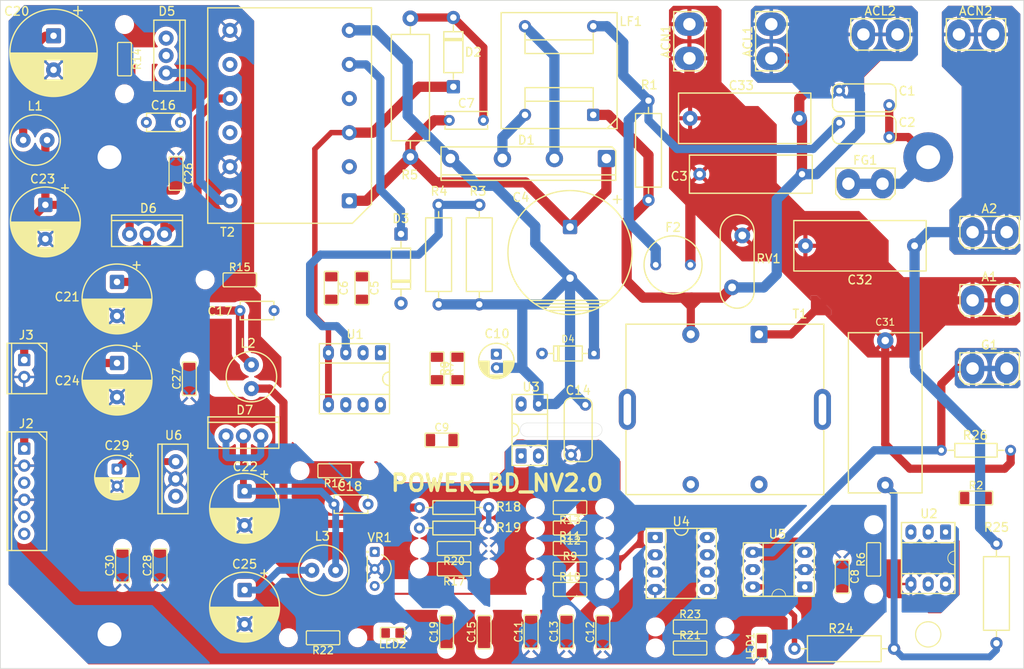
<source format=kicad_pcb>
(kicad_pcb (version 20241229) (generator "pcbnew") (generator_version "9.0")
  (layers (0 "F.Cu" signal) (2 "B.Cu" signal) (13 "F.Paste" user) (15 "B.Paste" user) (5 "F.SilkS" user "F.Silkscreen") (7 "B.SilkS" user "B.Silkscreen") (1 "F.Mask" user) (3 "B.Mask" user) (25 "Edge.Cuts" user))
  (net 0 "")
  (net 1 "/N01")
  (net 2 "Net-(A2-Pin_1)")
  (net 3 "/L01")
  (net 4 "GNDPWR")
  (net 5 "Net-(C2-Pad2)")
  (net 6 "Earth")
  (net 7 "Net-(D1-+)")
  (net 8 "Net-(U1-BA)")
  (net 9 "Net-(U1-FB)")
  (net 10 "Net-(D2-K)")
  (net 11 "/ZVC")
  (net 12 "GND")
  (net 13 "Net-(U1-VCC)")
  (net 14 "Net-(D3-K)")
  (net 15 "/PWM_PW")
  (net 16 "Net-(U4-(PCINT5{slash}RESET*{slash}ADC0{slash}dW)_PB5)")
  (net 17 "Net-(U4-(PCINT3{slash}XTAL1{slash}CLKI{slash}OC1B*{slash}ADC3)_PB3)")
  (net 18 "Net-(C15-Pad2)")
  (net 19 "Net-(C15-Pad1)")
  (net 20 "Net-(C16-Pad1)")
  (net 21 "Net-(D5-K)")
  (net 22 "Net-(D6-K)")
  (net 23 "Net-(C17-Pad1)")
  (net 24 "Net-(D7-K)")
  (net 25 "Net-(C18-Pad1)")
  (net 26 "Net-(C19-Pad2)")
  (net 27 "+24V")
  (net 28 "+12V")
  (net 29 "+8V")
  (net 30 "+5V")
  (net 31 "Net-(C31-Pad1)")
  (net 32 "Net-(D1-Pad3)")
  (net 33 "Net-(D1-Pad2)")
  (net 34 "Net-(D2-A)")
  (net 35 "Net-(D3-A)")
  (net 36 "Net-(D4-K)")
  (net 37 "Net-(G1-Pin_1)")
  (net 39 "Net-(LED1-A)")
  (net 40 "Net-(LED2-A)")
  (net 41 "Net-(T1-SB)")
  (net 42 "Net-(R2-Pad2)")
  (net 43 "Net-(U1-CS)")
  (net 44 "Net-(R12-Pad1)")
  (net 45 "Net-(R18-Pad1)")
  (net 46 "Net-(U4-PB0_(MOSI{slash}DI{slash}SDA{slash}AIN0{slash}OC0A{slash}OC1A{slash}AREF{slash}PCINT0))")
  (net 47 "Net-(R23-Pad2)")
  (net 48 "Net-(R24-Pad1)")
  (net 51 "Net-(T1-SA)")
  (net 59 "Net-(T2-N3)")
  (net 60 "Net-(T2-N2)")
  (net 61 "Net-(T2-N1)")
  (footprint "01_MyFoot_ICs:DIP-4_W7.62mm_Socket" (layer "F.Cu") (at 77.6 -34.985 90)
    (property "Reference" "U3")
    (property "Value" "PC817" (hide yes))
  )
  (footprint "04_MyFoot_Passive:104K_275V" (layer "F.Cu") (at 110 -72.5)
    (property "Reference" "C3")
    (property "Value" "MP104K/275V" (hide yes))
  )
  (footprint "04_MyFoot_Passive:R_3216Metric" (layer "F.Cu") (at 143 -25)
    (property "Reference" "R2")
    (property "Value" "1K")
  )
  (footprint "04_MyFoot_Passive:L_Radial_D7.5mm_P3.50mm" (layer "F.Cu") (at 47.4 -14.4 180)
    (property "Reference" "L3")
    (property "Value" "2.2uH/4.2A")
  )
  (footprint "04_MyFoot_Passive:R_3216Metric" (layer "F.Cu") (at 101.1 -6.1)
    (property "Reference" "R23")
    (property "Value" "330R")
  )
  (footprint "04_MyFoot_Passive:C_Disc_D4.7mm_P5.00mm" (layer "F.Cu") (at 51.4 -24.1 180)
    (property "Reference" "C18")
    (property "Value" "CC471/1kV" (hide yes))
  )
  (footprint "04_MyFoot_Passive:SPARK_KILLER" (layer "F.Cu") (at 109.1 -80.7 180)
    (property "Reference" "C33")
    (property "Value" "CR1201" (hide yes))
  )
  (footprint "01_MyFoot_ICs:TO220_P2.54mm" (layer "F.Cu") (at 25.7 -27.8 90)
    (property "Reference" "U6")
    (property "Value" "LM7805_TO220" (hide yes))
  )
  (footprint "04_MyFoot_Passive:C_3216Metric" (layer "F.Cu") (at 82.9875 -5.4 90)
    (property "Reference" "C13")
    (property "Value" "MLCC475")
  )
  (footprint "04_MyFoot_Passive:CP_Radial_D10.0mm_P5.00mm" (layer "F.Cu") (at 17.1 -54.2 -90)
    (property "Reference" "C21")
    (property "Value" "EC1000uF/25V" (hide yes))
  )
  (footprint "03_MyFoot_Active:TO220AB_P2.55mm" (layer "F.Cu") (at 21.5 -63.7)
    (property "Reference" "D6")
    (property "Value" "MUR1640FCT" (hide yes))
  )
  (footprint "04_MyFoot_Passive:C_3216Metric" (layer "F.Cu") (at 48.5 -55.8 -90)
    (property "Reference" "C6")
    (property "Value" "MLCC102")
  )
  (footprint "03_MyFoot_Active:GBJ406" (layer "F.Cu") (at 77.4 -74.8 180)
    (property "Reference" "D1")
    (property "Value" "GBJ406" (hide yes))
  )
  (footprint "02_MyFoot_Connectors:SMW250_06P" (layer "F.Cu") (at 3.5 -26 -90)
    (property "Reference" "J2")
    (property "Value" "SMW250-06P" (hide yes))
  )
  (footprint "04_MyFoot_Passive:R_3216Metric" (layer "F.Cu") (at 66.5 -17.6 180)
    (property "Reference" "R20")
    (property "Value" "10K")
  )
  (footprint "04_MyFoot_Passive:C_3216Metric" (layer "F.Cu") (at 70.9 -5.325 90)
    (property "Reference" "C15")
    (property "Value" "MLCC102")
  )
  (footprint "04_MyFoot_Passive:DS222M" (layer "F.Cu") (at 126.625 -79 180)
    (property "Reference" "C2")
    (property "Value" "DS222M/250VAC" (hide yes))
  )
  (footprint "04_MyFoot_Passive:R_Axial_1W_P14.6mm" (layer "F.Cu") (at 64.2375 -60.7 90)
    (property "Reference" "R4")
    (property "Value" "1.1R/1W/F" (hide yes))
  )
  (footprint "04_MyFoot_Passive:CP_Radial_D5.0mm_P2.00mm" (layer "F.Cu") (at 72.7 -45.1 -90)
    (property "Reference" "C10")
    (property "Value" "EC47uF/35V" (hide yes))
  )
  (footprint "02_MyFoot_Connectors:TAP_250" (layer "F.Cu") (at 129 -93)
    (property "Reference" "ACL2")
    (property "Value" "TAP_250" (hide yes))
  )
  (footprint "04_MyFoot_Passive:R_3216Metric" (layer "F.Cu") (at 101.1 -3)
    (property "Reference" "R21")
    (property "Value" "1K")
  )
  (footprint "03_MyFoot_Active:ZENER_0_5W_P7.62mm_Hori" (layer "F.Cu") (at 83.2 -46.2)
    (property "Reference" "D4")
    (property "Value" "1N5251" (hide yes))
  )
  (footprint "04_MyFoot_Passive:C_Disc_D6.0mm_P5.00mm" (layer "F.Cu") (at 68.3 -80.4)
    (property "Reference" "C7")
    (property "Value" "CC472/630V" (hide yes))
  )
  (footprint "04_MyFoot_Passive:C_Disc_D4.7mm_P5.00mm" (layer "F.Cu") (at 23.9 -80.1)
    (property "Reference" "C16")
    (property "Value" "CC471/1kV" (hide yes))
  )
  (footprint "04_MyFoot_Passive:EER28_35_12P" (layer "F.Cu") (at 42.4 -81.1 90)
    (property "Reference" "T2")
    (property "Value" "EER28" (hide yes))
  )
  (footprint "04_MyFoot_Passive:C_PP_L23.0mm_W10.9mm_P21.2mm" (layer "F.Cu") (at 129.7 -37.5 90)
    (property "Reference" "C31")
    (property "Value" "MPP104/600V" (hide yes))
  )
  (footprint "04_MyFoot_Passive:R_3216Metric" (layer "F.Cu") (at 83.5 -11.6)
    (property "Reference" "R10")
    (property "Value" "3.3K")
  )
  (footprint "04_MyFoot_Passive:R_3216Metric" (layer "F.Cu") (at 83.5 -17.6)
    (property "Reference" "R11")
    (property "Value" "10K")
  )
  (footprint "04_MyFoot_Passive:R_Axial_1W_P14.6mm" (layer "F.Cu") (at 146 -11 -90)
    (property "Reference" "R25")
    (property "Value" "2K/1W" (hide yes))
  )
  (footprint "04_MyFoot_Passive:SPARK_KILLER" (layer "F.Cu") (at 126 -62)
    (property "Reference" "C32")
    (property "Value" "CR1201" (hide yes))
  )
  (footprint "04_MyFoot_Passive:L_Radial_D7.5mm_P3.50mm" (layer "F.Cu") (at 36.8 -42.8 -90)
    (property "Reference" "L2")
    (property "Value" "2.2uH/4.2A")
  )
  (footprint "04_MyFoot_Passive:L_Radial_D7.5mm_P3.50mm" (layer "F.Cu") (at 5.1 -77.5)
    (property "Reference" "L1")
    (property "Value" "2.2uH/4.2A")
  )
  (footprint "04_MyFoot_Passive:C_3216Metric" (layer "F.Cu") (at 64.7 -33.5)
    (property "Reference" "C9")
    (property "Value" "MLCC104")
  )
  (footprint "04_MyFoot_Passive:R_Axial_1W_P14.6mm" (layer "F.Cu") (at 70.2 -60.7 90)
    (property "Reference" "R3")
    (property "Value" "1.1R/1W/F" (hide yes))
  )
  (footprint "04_MyFoot_Passive:R_3216Metric" (layer "F.Cu") (at 35.1 -57)
    (property "Reference" "R15")
    (property "Value" "10R")
  )
  (footprint "04_MyFoot_Passive:C_3216Metric" (layer "F.Cu") (at 23.4 -15.1 90)
    (property "Reference" "C28")
    (property "Value" "MLCC104")
  )
  (footprint "04_MyFoot_Passive:CP_Radial_D10.0mm_P5.00mm" (layer "F.Cu") (at 17.1 -42.3 -90)
    (property "Reference" "C24")
    (property "Value" "EC470uF/25V" (hide yes))
  )
  (footprint "04_MyFoot_Passive:R_Axial_0.25W_P10.16mm" (layer "F.Cu") (at 66.5 -20.6)
    (property "Reference" "R19")
    (property "Value" "18K" (hide yes))
  )
  (footprint "01_MyFoot_ICs:TO92_P2.5mm" (layer "F.Cu") (at 54.875 -14.6 -90)
    (property "Reference" "VR1")
    (property "Value" "TL431A" (hide yes))
  )
  (footprint "06_MyFoot_Mechanical:MTHole_3.5mm" (layer "F.Cu") (at 136 -5)
    (property "Reference" "H4" (hide yes))
    (property "Value" "MountingHole" (hide yes))
  )
  (footprint "04_MyFoot_Passive:C_3216Metric" (layer "F.Cu") (at 17.9 -15.1 90)
    (property "Reference" "C30")
    (property "Value" "MLCC104")
  )
  (footprint "04_MyFoot_Passive:82uF_400V" (layer "F.Cu") (at 83.5 -61 -90)
    (property "Reference" "C4")
    (property "Value" "EC82uF/400V" (hide yes))
  )
  (footprint "04_MyFoot_Passive:R_3216Metric" (layer "F.Cu") (at 83.5 -20.6 180)
    (property "Reference" "R12")
    (property "Value" "820R")
  )
  (footprint "04_MyFoot_Passive:C_3216Metric" (layer "F.Cu") (at 25.75 -72.6 -90)
    (property "Reference" "C26")
    (property "Value" "MLCC104")
  )
  (footprint "04_MyFoot_Passive:R_3216Metric" (layer "F.Cu") (at 64 -44 -90)
    (property "Reference" "R7")
    (property "Value" "4.7R")
  )
  (footprint "04_MyFoot_Passive:R_3216Metric" (layer "F.Cu") (at 66.5 -14.6 180)
    (property "Reference" "R17")
    (property "Value" "68K")
  )
  (footprint "03_MyFoot_Active:TO220AB_P2.55mm" (layer "F.Cu") (at 24.3 -89.9 -90)
    (property "Reference" "D5")
    (property "Value" "MUR1640FCT" (hide yes))
  )
  (footprint "04_MyFoot_Passive:R_3216Metric" (layer "F.Cu") (at 47.3 -4.5 180)
    (property "Reference" "R22")
    (property "Value" "680R")
  )
  (footprint "02_MyFoot_Connectors:TAP_250" (layer "F.Cu") (at 126.8 -71.1)
    (property "Reference" "FG1")
    (property "Value" "TAP_250" (hide yes))
  )
  (footprint "03_MyFoot_Active:TO220AB_P2.55mm" (layer "F.Cu") (at 35.625 -34.1)
    (property "Reference" "D7")
    (property "Value" "MUR1640FCT" (hide yes))
  )
  (footprint "04_MyFoot_Passive:C_Disc_D4.7mm_P5.00mm" (layer "F.Cu") (at 37.625 -52.5 180)
    (property "Reference" "C17")
    (property "Value" "CC471/1kV" (hide yes))
  )
  (footprint "06_MyFoot_Mechanical:MTHole_3.5mm_7.5mmPad_GND" (layer "F.Cu") (at 16 -75)
    (property "Reference" "H2" (hide yes))
    (property "Value" "GND" (hide yes))
  )
  (footprint "02_MyFoot_Connectors:TAP_250" (layer "F.Cu") (at 101 -92 90)
    (property "Reference" "ACN1")
    (property "Value" "TAP_250" (hide yes))
  )
  (footprint "04_MyFoot_Passive:R_3216Metric" (layer "F.Cu") (at 83.5 -23.6 180)
    (property "Reference" "R13")
    (property "Value" "1.2K")
  )
  (footprint "04_MyFoot_Passive:CP_Radial_D6.3mm_P2.50mm" (layer "F.Cu") (at 17.1 -28 -90)
    (property "Reference" "C29")
    (property "Value" "EC220uF/25V" (hide yes))
  )
  (footprint "04_MyFoot_Passive:R_3216Metric" (layer "F.Cu") (at 128 -16 90)
    (property "Reference" "R6")
    (property "Value" "10K")
  )
  (footprint "06_MyFoot_Mechanical:MTHole_3.5mm_7.5mmPad_GND" (layer "F.Cu") (at 16 -5)
    (property "Reference" "H3" (hide yes))
    (property "Value" "GND" (hide yes))
  )
  (footprint "04_MyFoot_Passive:R_3216Metric" (layer "F.Cu") (at 49 -29 180)
    (property "Reference" "R16")
    (property "Value" "10R")
  )
  (footprint "04_MyFoot_Passive:LF1140" (layer "F.Cu") (at 81.9 -87.7 90)
    (property "Reference" "LF1")
    (property "Value" "LF1140_602" (hide yes))
  )
  (footprint "06_MyFoot_Mechanical:MTHole_3.5mm_7.5mmPad_GND" (layer "F.Cu") (at 136 -75)
    (property "Reference" "H1" (hide yes))
    (property "Value" "F_GND" (hide yes))
  )
  (footprint "04_MyFoot_Passive:R_3216Metric" (layer "F.Cu") (at 67 -44 90)
    (property "Reference" "R8")
    (property "Value" "4.7R")
  )
  (footprint "04_MyFoot_Passive:C_3216Metric" (layer "F.Cu") (at 27.7 -42.5 90)
    (property "Reference" "C27")
    (property "Value" "MLCC104")
  )
  (footprint "04_MyFoot_Passive:TNR14D_P7.62" (layer "F.Cu") (at 108 -59.7 -90)
    (property "Reference" "RV1")
    (property "Value" "TNR14D471" (hide yes))
  )
  (footprint "03_MyFoot_Active:Diode_P10.16mm" (layer "F.Cu") (at 66.4 -90.4 -90)
    (property "Reference" "D2")
    (property "Value" "UF4007" (hide yes))
  )
  (footprint "04_MyFoot_Passive:DS222M" (layer "F.Cu") (at 126.615 -83.7)
    (property "Reference" "C1")
    (property "Value" "DS222M/250VAC" (hide yes))
  )
  (footprint "04_MyFoot_Passive:EI2811BP" (layer "F.Cu") (at 106.2 -38 180)
    (property "Reference" "T1")
    (property "Value" "EI2811BP" (hide yes))
  )
  (footprint "04_MyFoot_Passive:C_3216Metric" (layer "F.Cu") (at 123.4 -13.475 -90)
    (property "Reference" "C8")
    (property "Value" "MLCC471")
  )
  (footprint "04_MyFoot_Passive:R_Axial_2W_P20.32mm" (layer "F.Cu") (at 60.1 -85.2 90)
    (property "Reference" "R5")
    (property "Value" "56K/2W" (hide yes))
  )
  (footprint "02_MyFoot_Connectors:TAP_250" (layer "F.Cu") (at 113 -92 90)
    (property "Reference" "ACL1")
    (property "Value" "TAP_250" (hide yes))
  )
  (footprint "02_MyFoot_Connectors:TAP_250" (layer "F.Cu") (at 145 -54)
    (property "Reference" "A1")
    (property "Value" "TAP_250" (hide yes))
  )
  (footprint "01_MyFoot_ICs:DIP-6_W7.62mm" (layer "F.Cu") (at 136 -16.2 -90)
    (property "Reference" "U2")
    (property "Value" "H11AA1" (hide yes))
  )
  (footprint "04_MyFoot_Passive:R_3216Metric" (layer "F.Cu") (at 83.5 -14.6)
    (property "Reference" "R9")
    (property "Value" "4.7K")
  )
  (footprint "02_MyFoot_Connectors:TAP_250" (layer "F.Cu") (at 145 -44)
    (property "Reference" "G1")
    (property "Value" "TAP_250" (hide yes))
  )
  (footprint "04_MyFoot_Passive:R_Axial_1W_P14.6mm" (layer "F.Cu") (at 123.7 -2.9)
    (property "Reference" "R24")
    (property "Value" "220R/1W" (hide yes))
  )
  (footprint "02_MyFoot_Connectors:TAP_250" (layer "F.Cu") (at 145 -64)
    (property "Reference" "A2")
    (property "Value" "TAP_250" (hide yes))
  )
  (footprint "05_MyFoot_Others:SR525ABK" (layer "F.Cu") (at 98.6 -59.2 180)
    (property "Reference" "F2")
    (property "Value" "SR5/2.5A" (hide yes))
  )
  (footprint "04_MyFoot_Passive:R_3216Metric" (layer "F.Cu") (at 18.2 -89.375 -90)
    (property "Reference" "R14")
    (property "Value" "10R")
  )
  (footprint "04_MyFoot_Passive:CP_Radial_D10.0mm_P5.00mm" (layer "F.Cu") (at 6.6 -65.5 -90)
    (property "Reference" "C23")
    (property "Value" "EC470uF/35V" (hide yes))
  )
  (footprint "03_MyFoot_Active:LED_2012Metric" (layer "F.Cu") (at 57.5 -5.2 180)
    (property "Reference" "LED2")
    (property "Value" "RED/3Pi")
  )
  (footprint "04_MyFoot_Passive:CP_Radial_D12.5mm_P5.00mm" (layer "F.Cu") (at 7.8 -90.3 -90)
    (property "Reference" "C20")
    (property "Value" "EC1000uF/35V" (hide yes))
  )
  (footprint "04_MyFoot_Passive:R_Axial_1W_P14.6mm" (layer "F.Cu") (at 95 -76 90)
    (property "Reference" "R1")
    (property "Value" "560K/1W" (hide yes))
  )
  (footprint "03_MyFoot_Active:Diode_P10.16mm" (layer "F.Cu") (at 58.725 -58.65 90)
    (property "Reference" "D3")
    (property "Value" "UF4004" (hide yes))
  )
  (footprint "04_MyFoot_Passive:CP_Radial_D10.0mm_P5.00mm" (layer "F.Cu") (at 35.8 -9 -90)
    (property "Reference" "C25")
    (property "Value" "EC470uF/25V" (hide yes))
  )
  (footprint "01_MyFoot_ICs:DIP-8_W7.62mm_Socket" (layer "F.Cu") (at 99.8 -15.4)
    (property "Reference" "U4")
    (property "Value" "ATTINY85-20PU_1" (hide yes))
  )
  (footprint "01_MyFoot_ICs:DIP-6_W7.62mm" (layer "F.Cu") (at 114.1 -14.5 180)
    (property "Reference" "U5")
    (property "Value" "MOC3021M" (hide yes))
  )
  (footprint "04_MyFoot_Passive:C_3216Metric" (layer "F.Cu") (at 77.8 -5.4 90)
    (property "Reference" "C11")
    (property "Value" "MLCC475")
  )
  (footprint "04_MyFoot_Passive:C_3216Metric" (layer "F.Cu") (at 53 -55.8 -90)
    (property "Reference" "C5")
    (property "Value" "MLCC104")
  )
  (footprint "02_MyFoot_Connectors:SMW250_02P" (layer "F.Cu") (at 3.5 -44 -90)
    (property "Reference" "J3")
    (property "Value" "SMW250-02P" (hide yes))
  )
  (footprint "04_MyFoot_Passive:R_Axial_0.25W_P10.16mm" (layer "F.Cu") (at 66.5 -23.6 180)
    (property "Reference" "R18")
    (property "Value" "20K" (hide yes))
  )
  (footprint "01_MyFoot_ICs:DIP-8_W7.62mm_Socket" (layer "F.Cu") (at 51.9 -42.5 -90)
    (property "Reference" "U1")
    (property "Value" "ICE3BR0665J" (hide yes))
  )
  (footprint "04_MyFoot_Passive:C_3216Metric" (layer "F.Cu") (at 88.3 -5.325 90)
    (property "Reference" "C12")
    (property "Value" "MLCC104")
  )
  (footprint "04_MyFoot_Passive:R_Axial_0.25W_P10.16mm" (layer "F.Cu") (at 143 -32)
    (property "Reference" "R26")
    (property "Value" "100K/NOT" (hide yes))
  )
  (footprint "02_MyFoot_Connectors:TAP_250" (layer "F.Cu") (at 143 -93)
    (property "Reference" "ACN2")
    (property "Value" "TAP_250" (hide yes))
  )
  (footprint "04_MyFoot_Passive:CP_Radial_D10.0mm_P5.00mm" (layer "F.Cu") (at 35.8 -23.5 -90)
    (property "Reference" "C22")
    (property "Value" "EC1000uF/25V" (hide yes))
  )
  (footprint "04_MyFoot_Passive:C_3216Metric" (layer "F.Cu") (at 65.4 -5.325 90)
    (property "Reference" "C19")
    (property "Value" "MLCC224")
  )
  (footprint "04_MyFoot_Passive:DS222M" (layer "F.Cu") (at 84.7 -35 -90)
    (property "Reference" "C14")
    (property "Value" "DS222M/250VAC" (hide yes))
  )
  (footprint "03_MyFoot_Active:LED_2012Metric" (layer "F.Cu") (at 111.6 -3.3 90)
    (property "Reference" "LED1")
    (property "Value" "RED/3Pi")
  )
  (gr_line (start 77.2 -34) (end 87.2 -34) (stroke (width 0.05)) (layer "Edge.Cuts"))
  (gr_line (start 87.2 -36) (end 77.2 -36) (stroke (width 0.05)) (layer "Edge.Cuts"))
  (gr_arc (start 77.2 -34) (mid 76.2 -35) (end 77.2 -36) (stroke (width 0.05)) (layer "Edge.Cuts"))
  (gr_rect (start 0 -98) (end 150 0) (stroke (width 0.1)) (fill no) (layer "Edge.Cuts"))
  (gr_arc (start 87.2 -36) (mid 88.2 -35) (end 87.2 -34) (stroke (width 0.05)) (layer "Edge.Cuts"))
  (gr_text "POWER_BD_NV2.0" (at 57 -25.8 0) (layer "F.SilkS") (effects (font (size 2.4 2.4) (thickness 0.48) (bold yes)) (justify left bottom)))
  (segment (start 148.08 -30.18) (end 147.2 -29.3) (width 1.2) (layer "F.Cu") (net 1))
  (segment (start 101.7 -69.5) (end 105.4 -69.5) (width 1.5) (layer "F.Cu") (net 1))
  (segment (start 138 -54) (end 142.5 -54) (width 1.2) (layer "F.Cu") (net 1))
  (segment (start 107.5 -79.5) (end 101 -86) (width 1.5) (layer "F.Cu") (net 1))
  (segment (start 129.7 -32.9) (end 129.7 -48.1) (width 1.2) (layer "F.Cu") (net 1))
  (segment (start 133.3 -29.3) (end 129.7 -32.9) (width 1.2) (layer "F.Cu") (net 1))
  (segment (start 101 -86) (end 101 -89.5) (width 1.5) (layer "F.Cu") (net 1))
  (segment (start 137.9 -53.9) (end 138 -54) (width 1.2) (layer "F.Cu") (net 1))
  (segment (start 107.5 -71.6) (end 107.5 -79.5) (width 1.5) (layer "F.Cu") (net 1))
  (segment (start 137.7 -54.1) (end 137.9 -53.9) (width 1.2) (layer "F.Cu") (net 1))
  (segment (start 111.2 -49) (end 115.9 -49) (width 1.2) (layer "F.Cu") (net 1))
  (segment (start 105.4 -69.5) (end 107.5 -71.6) (width 1.5) (layer "F.Cu") (net 1))
  (segment (start 147.2 -29.3) (end 133.3 -29.3) (width 1.2) (layer "F.Cu") (net 1))
  (segment (start 115.9 -49) (end 121 -54.1) (width 1.2) (layer "F.Cu") (net 1))
  (segment (start 121 -54.1) (end 137.7 -54.1) (width 1.2) (layer "F.Cu") (net 1))
  (segment (start 101.14 -68.94) (end 101.7 -69.5) (width 1.5) (layer "F.Cu") (net 1))
  (segment (start 101.14 -59.2) (end 101.14 -68.94) (width 1.5) (layer "F.Cu") (net 1))
  (segment (start 148.08 -32) (end 148.08 -30.18) (width 1.2) (layer "F.Cu") (net 1))
  (segment (start 143.6 -34.2) (end 134.1 -43.7) (width 1.5) (layer "B.Cu") (net 2))
  (segment (start 136 -64) (end 134 -62) (width 1.5) (layer "B.Cu") (net 2))
  (segment (start 146 -18.3) (end 143.6 -20.7) (width 1.5) (layer "B.Cu") (net 2))
  (segment (start 142.5 -64) (end 136 -64) (width 1.5) (layer "B.Cu") (net 2))
  (segment (start 134.1 -43.7) (end 134.1 -44.2) (width 1.5) (layer "B.Cu") (net 2))
  (segment (start 134.1 -44.2) (end 134 -44.3) (width 1.5) (layer "B.Cu") (net 2))
  (segment (start 134 -44.3) (end 134 -62) (width 1.5) (layer "B.Cu") (net 2))
  (segment (start 143.6 -20.7) (end 143.6 -34.2) (width 1.5) (layer "B.Cu") (net 2))
  (segment (start 95 -75.3) (end 95 -68.7) (width 1.5) (layer "F.Cu") (net 3))
  (segment (start 91.8 -65.5) (end 95 -68.7) (width 1.5) (layer "F.Cu") (net 3))
  (segment (start 101.2 -54.3) (end 101.3 -54.4) (width 1.2) (layer "F.Cu") (net 3))
  (segment (start 91.8 -56.8) (end 91.8 -65.5) (width 1.5) (layer "F.Cu") (net 3))
  (segment (start 107.25 -55.89) (end 105.76 -54.4) (width 1.5) (layer "F.Cu") (net 3))
  (segment (start 101.3 -54.4) (end 94.2 -54.4) (width 1.5) (layer "F.Cu") (net 3))
  (segment (start 89.1 -81.2) (end 95 -75.3) (width 1.5) (layer "F.Cu") (net 3))
  (segment (start 118.3 -84.8) (end 118.3 -88.5) (width 1.5) (layer "F.Cu") (net 3))
  (segment (start 105.76 -54.4) (end 101.3 -54.4) (width 1.5) (layer "F.Cu") (net 3))
  (segment (start 117.5 -80.3) (end 117.5 -72.5) (width 1.5) (layer "F.Cu") (net 3))
  (segment (start 86.9 -81.2) (end 89.1 -81.2) (width 1.5) (layer "F.Cu") (net 3))
  (segment (start 117.1 -83.6) (end 118.3 -84.8) (width 1.5) (layer "F.Cu") (net 3))
  (segment (start 117.1 -80.7) (end 117.1 -83.6) (width 1.5) (layer "F.Cu") (net 3))
  (segment (start 117.3 -89.5) (end 113 -89.5) (width 1.5) (layer "F.Cu") (net 3))
  (segment (start 101.2 -49) (end 101.2 -54.3) (width 1.2) (layer "F.Cu") (net 3))
  (segment (start 94.2 -54.4) (end 91.8 -56.8) (width 1.5) (layer "F.Cu") (net 3))
  (segment (start 117.1 -80.7) (end 117.5 -80.3) (width 1.5) (layer "F.Cu") (net 3))
  (segment (start 118.3 -88.5) (end 117.3 -89.5) (width 1.5) (layer "F.Cu") (net 3))
  (segment (start 113.8 -68.8) (end 117.5 -72.5) (width 1.5) (layer "B.Cu") (net 3))
  (segment (start 117.5 -72.5) (end 119.6 -72.5) (width 1.5) (layer "B.Cu") (net 3))
  (segment (start 126.5 -88) (end 126.5 -93) (width 1.5) (layer "B.Cu") (net 3))
  (segment (start 126 -84.2) (end 125.6 -84.6) (width 1.5) (layer "B.Cu") (net 3))
  (segment (start 111.89 -55.89) (end 113.8 -57.8) (width 1.5) (layer "B.Cu") (net 3))
  (segment (start 125.6 -84.6) (end 125.6 -87.1) (width 1.5) (layer "B.Cu") (net 3))
  (segment (start 125.6 -87.1) (end 126.5 -88) (width 1.5) (layer "B.Cu") (net 3))
  (segment (start 107.25 -55.89) (end 111.89 -55.89) (width 1.5) (layer "B.Cu") (net 3))
  (segment (start 113.8 -57.8) (end 113.8 -68.8) (width 1.5) (layer "B.Cu") (net 3))
  (segment (start 126 -78.9) (end 126 -84.2) (width 1.5) (layer "B.Cu") (net 3))
  (segment (start 119.6 -72.5) (end 126 -78.9) (width 1.5) (layer "B.Cu") (net 3))
  (segment (start 130.285 -77.95) (end 130.285 -82.64) (width 1.2) (layer "F.Cu") (net 4))
  (segment (start 130.285 -82.64) (end 130.275 -82.65) (width 1.2) (layer "F.Cu") (net 4))
  (segment (start 130.285 -77.95) (end 133.05 -77.95) (width 1.2) (layer "F.Cu") (net 4))
  (segment (start 133.05 -77.95) (end 136 -75) (width 1.2) (layer "F.Cu") (net 4))
  (segment (start 132.1 -71.1) (end 136 -75) (width 1.5) (layer "B.Cu") (net 4))
  (segment (start 124.3 -71.1) (end 129.3 -71.1) (width 1.5) (layer "B.Cu") (net 4))
  (segment (start 129.3 -71.1) (end 132.1 -71.1) (width 1.5) (layer "B.Cu") (net 4))
  (segment (start 95 -83.3) (end 91.3 -87) (width 1.5) (layer "B.Cu") (net 5))
  (segment (start 99.2 -76.2) (end 95 -80.4) (width 1.2) (layer "B.Cu") (net 5))
  (segment (start 96.06 -61.54) (end 92.1 -65.5) (width 1.5) (layer "B.Cu") (net 5))
  (segment (start 91.3 -91.8) (end 88.9 -94.2) (width 1.5) (layer "B.Cu") (net 5))
  (segment (start 92.1 -65.5) (end 92.1 -80.4) (width 1.5) (layer "B.Cu") (net 5))
  (segment (start 122.965 -80.05) (end 119.115 -76.2) (width 1.2) (layer "B.Cu") (net 5))
  (segment (start 96.06 -59.2) (end 96.06 -61.54) (width 1.5) (layer "B.Cu") (net 5))
  (segment (start 91.3 -87) (end 91.3 -91.8) (width 1.5) (layer "B.Cu") (net 5))
  (segment (start 88.9 -94.2) (end 86.9 -94.2) (width 1.5) (layer "B.Cu") (net 5))
  (segment (start 92.1 -80.4) (end 95 -83.3) (width 1.5) (layer "B.Cu") (net 5))
  (segment (start 95 -80.4) (end 95 -83.3) (width 1.2) (layer "B.Cu") (net 5))
  (segment (start 119.115 -76.2) (end 99.2 -76.2) (width 1.2) (layer "B.Cu") (net 5))
  (segment (start 83.25 -57.25) (end 83.5 -57.25) (width 1.5) (layer "F.Cu") (net 6))
  (segment (start 59.7 -88.9) (end 55 -93.6) (width 1.5) (layer "B.Cu") (net 6))
  (segment (start 87.01 -53.74) (end 83.5 -57.25) (width 1.5) (layer "B.Cu") (net 6))
  (segment (start 55 -93.6) (end 51.15 -93.6) (width 1.5) (layer "B.Cu") (net 6))
  (segment (start 69.97 -70.8) (end 72.5 -70.8) (width 1.5) (layer "B.Cu") (net 6))
  (segment (start 85.75 -38.66) (end 83.5 -40.91) (width 1.5) (layer "B.Cu") (net 6))
  (segment (start 83.5 -40.91) (end 83.5 -57.25) (width 1.5) (layer "B.Cu") (net 6))
  (segment (start 78.87 -38.795) (end 81.385 -38.795) (width 1.5) (layer "B.Cu") (net 6))
  (segment (start 83.45 -57.25) (end 83.5 -57.25) (width 1.5) (layer "B.Cu") (net 6))
  (segment (start 72.5 -70.8) (end 78.4 -64.9) (width 1.5) (layer "B.Cu") (net 6))
  (segment (start 72.7 -44.1) (end 76.2 -44.1) (width 1.5) (layer "B.Cu") (net 6))
  (segment (start 64.2375 -53.4) (end 70.2 -53.4) (width 1.5) (layer "B.Cu") (net 6))
  (segment (start 76.2 -44.1) (end 76.4 -44.1) (width 1.5) (layer "B.Cu") (net 6))
  (segment (start 76.4 -44.1) (end 78.87 -41.63) (width 1.5) (layer "B.Cu") (net 6))
  (segment (start 76.2 -44.1) (end 76.5 -44.4) (width 1.5) (layer "B.Cu") (net 6))
  (segment (start 81.385 -38.795) (end 83.5 -40.91) (width 1.5) (layer "B.Cu") (net 6))
  (segment (start 59.7 -81.07) (end 59.7 -88.9) (width 1.5) (layer "B.Cu") (net 6))
  (segment (start 78.4 -62.35) (end 83.5 -57.25) (width 1.5) (layer "B.Cu") (net 6))
  (segment (start 79.6 -53.4) (end 83.45 -57.25) (width 1.5) (layer "B.Cu") (net 6))
  (segment (start 87.01 -46.2) (end 87.01 -53.74) (width 1.5) (layer "B.Cu") (net 6))
  (segment (start 65.97 -74.8) (end 69.97 -70.8) (width 1.5) (layer "B.Cu") (net 6))
  (segment (start 76.4 -53.4) (end 76.5 -53.3) (width 1.5) (layer "B.Cu") (net 6))
  (segment (start 70.2 -53.4) (end 76.4 -53.4) (width 1.5) (layer "B.Cu") (net 6))
  (segment (start 65.97 -74.8) (end 59.7 -81.07) (width 1.5) (layer "B.Cu") (net 6))
  (segment (start 78.4 -64.9) (end 78.4 -62.35) (width 1.5) (layer "B.Cu") (net 6))
  (segment (start 76.6 -53.4) (end 79.6 -53.4) (width 1.5) (layer "B.Cu") (net 6))
  (segment (start 76.5 -53.3) (end 76.6 -53.4) (width 1.5) (layer "B.Cu") (net 6))
  (segment (start 76.5 -44.4) (end 76.5 -53.3) (width 1.5) (layer "B.Cu") (net 6))
  (segment (start 78.87 -41.63) (end 78.87 -38.795) (width 1.5) (layer "B.Cu") (net 6))
  (segment (start 63.6 -80.4) (end 65.8 -80.4) (width 1.5) (layer "F.Cu") (net 7))
  (segment (start 88.83 -74.8) (end 88.83 -70.08) (width 1.5) (layer "F.Cu") (net 7))
  (segment (start 76.95 -71.3) (end 83.5 -64.75) (width 1.5) (layer "F.Cu") (net 7))
  (segment (start 60.1 -75.04) (end 63.84 -71.3) (width 1.5) (layer "F.Cu") (net 7))
  (segment (start 88.83 -70.08) (end 83.5 -64.75) (width 1.5) (layer "F.Cu") (net 7))
  (segment (start 51.15 -68.6) (end 53.66 -68.6) (width 1.5) (layer "F.Cu") (net 7))
  (segment (start 63.84 -71.3) (end 76.95 -71.3) (width 1.5) (layer "F.Cu") (net 7))
  (segment (start 53.66 -68.6) (end 60.1 -75.04) (width 1.5) (layer "F.Cu") (net 7))
  (segment (start 60.1 -75.04) (end 60.1 -76.9) (width 1.5) (layer "F.Cu") (net 7))
  (segment (start 60.1 -76.9) (end 63.6 -80.4) (width 1.5) (layer "F.Cu") (net 7))
  (segment (start 70.8 -80.4) (end 70.8 -91.08) (width 1.2) (layer "F.Cu") (net 10))
  (segment (start 60.22 -95.48) (end 60.1 -95.36) (width 1.2) (layer "F.Cu") (net 10))
  (segment (start 66.4 -95.48) (end 60.22 -95.48) (width 1.2) (layer "F.Cu") (net 10))
  (segment (start 70.8 -91.08) (end 66.4 -95.48) (width 1.2) (layer "F.Cu") (net 10))
  (segment (start 3.35 -77.5) (end 3.35 -89.55) (width 1.2) (layer "F.Cu") (net 21))
  (segment (start 3.35 -89.55) (end 6.6 -92.8) (width 1.2) (layer "F.Cu") (net 21))
  (segment (start 6.6 -92.8) (end 7.8 -92.8) (width 1.2) (layer "F.Cu") (net 21))
  (segment (start 35.125 -52.5) (end 25.7 -52.5) (width 1.2) (layer "F.Cu") (net 22))
  (segment (start 35.125 -46.225) (end 36.8 -44.55) (width 1.2) (layer "F.Cu") (net 22))
  (segment (start 35.125 -52.5) (end 35.125 -46.225) (width 1.2) (layer "F.Cu") (net 22))
  (segment (start 21.5 -56.7) (end 21.5 -63.7) (width 1.2) (layer "F.Cu") (net 22))
  (segment (start 21.5 -56.7) (end 17.1 -56.7) (width 1.2) (layer "F.Cu") (net 22))
  (segment (start 25.7 -52.5) (end 21.5 -56.7) (width 1.2) (layer "F.Cu") (net 22))
  (segment (start 35.625 -26.175) (end 35.8 -26) (width 1) (layer "F.Cu") (net 24))
  (segment (start 35.625 -34.1) (end 35.625 -26.175) (width 1) (layer "F.Cu") (net 24))
  (segment (start 49.15 -23.85) (end 48.9 -24.1) (width 1) (layer "B.Cu") (net 24))
  (segment (start 35.8 -26) (end 47 -26) (width 1) (layer "B.Cu") (net 24))
  (segment (start 47 -26) (end 48.9 -24.1) (width 1) (layer "B.Cu") (net 24))
  (segment (start 49.15 -14.4) (end 49.15 -23.85) (width 1) (layer "B.Cu") (net 24))
  (segment (start 6.6 -68) (end 6.6 -77.25) (width 1.2) (layer "F.Cu") (net 27))
  (segment (start 15.7 -68) (end 17.8 -70.1) (width 1.2) (layer "F.Cu") (net 27))
  (segment (start 2.4 -53.7) (end 2.4 -63.8) (width 1.2) (layer "F.Cu") (net 27))
  (segment (start 6.6 -68) (end 15.7 -68) (width 1.2) (layer "F.Cu") (net 27))
  (segment (start 6.6 -77.25) (end 6.85 -77.5) (width 1.2) (layer "F.Cu") (net 27))
  (segment (start 17.8 -70.1) (end 25.75 -70.1) (width 1.2) (layer "F.Cu") (net 27))
  (segment (start 2.4 -63.8) (end 6.6 -68) (width 1.2) (layer "F.Cu") (net 27))
  (segment (start 3.5 -52.6) (end 2.4 -53.7) (width 1.2) (layer "F.Cu") (net 27))
  (segment (start 3.5 -45.25) (end 3.5 -52.6) (width 1.2) (layer "F.Cu") (net 27))
  (segment (start 57.3 -21.2) (end 44.8 -21.2) (width 1.2) (layer "F.Cu") (net 28))
  (segment (start 14.3 -44.8) (end 17.1 -44.8) (width 1.2) (layer "F.Cu") (net 28))
  (segment (start 61.42 -23.6) (end 59.7 -23.6) (width 1.2) (layer "F.Cu") (net 28))
  (segment (start 3.5 -32.25) (end 3.5 -34) (width 1.2) (layer "F.Cu") (net 28))
  (segment (start 41.5 -24.5) (end 41.5 -39) (width 1.2) (layer "F.Cu") (net 28))
  (segment (start 44.8 -21.2) (end 41.5 -24.5) (width 1.2) (layer "F.Cu") (net 28))
  (segment (start 3.5 -34) (end 14.3 -44.8) (width 1.2) (layer "F.Cu") (net 28))
  (segment (start 39.45 -41.05) (end 36.8 -41.05) (width 1.2) (layer "F.Cu") (net 28))
  (segment (start 41.5 -39) (end 39.45 -41.05) (width 1.2) (layer "F.Cu") (net 28))
  (segment (start 59.7 -23.6) (end 57.3 -21.2) (width 1.2) (layer "F.Cu") (net 28))
  (segment (start 37.9 -11.5) (end 40.8 -14.4) (width 1) (layer "B.Cu") (net 29))
  (segment (start 40.8 -14.4) (end 45.65 -14.4) (width 1) (layer "B.Cu") (net 29))
  (segment (start 35.8 -11.5) (end 37.9 -11.5) (width 1) (layer "B.Cu") (net 29))
  (segment (start 25.7 -30.34) (end 18.19 -30.34) (width 1) (layer "F.Cu") (net 30))
  (segment (start 18.19 -30.34) (end 17.1 -29.25) (width 1) (layer "F.Cu") (net 30))
  (segment (start 146 -2.7) (end 146 -3.7) (width 1) (layer "B.Cu") (net 31))
  (segment (start 129.7 -26.9) (end 131 -25.6) (width 1) (layer "B.Cu") (net 31))
  (segment (start 131 -2.9) (end 132.2 -1.7) (width 1) (layer "B.Cu") (net 31))
  (segment (start 145 -1.7) (end 146 -2.7) (width 1) (layer "B.Cu") (net 31))
  (segment (start 132.2 -1.7) (end 145 -1.7) (width 1) (layer "B.Cu") (net 31))
  (segment (start 131 -25.6) (end 131 -2.9) (width 1) (layer "B.Cu") (net 31))
  (segment (start 73.59 -77.89) (end 76.9 -81.2) (width 1.5) (layer "B.Cu") (net 32))
  (segment (start 73.59 -74.8) (end 73.59 -77.89) (width 1.5) (layer "B.Cu") (net 32))
  (segment (start 81.21 -89.89) (end 81.21 -74.8) (width 1.5) (layer "B.Cu") (net 33))
  (segment (start 76.9 -94.2) (end 81.21 -89.89) (width 1.5) (layer "B.Cu") (net 33))
  (segment (start 46.1 -76.2) (end 48.5 -78.6) (width 0.8) (layer "F.Cu") (net 34))
  (segment (start 54.6 -78.6) (end 61.32 -85.32) (width 1.5) (layer "F.Cu") (net 34))
  (segment (start 48.5 -78.6) (end 51.15 -78.6) (width 0.8) (layer "F.Cu") (net 34))
  (segment (start 48.09 -46.31) (end 48.09 -49.71) (width 0.8) (layer "F.Cu") (net 34))
  (segment (start 48.09 -49.71) (end 46.1 -51.7) (width 0.8) (layer "F.Cu") (net 34))
  (segment (start 51.15 -78.6) (end 54.6 -78.6) (width 1.5) (layer "F.Cu") (net 34))
  (segment (start 61.32 -85.32) (end 66.4 -85.32) (width 1.5) (layer "F.Cu") (net 34))
  (segment (start 46.1 -51.7) (end 46.1 -76.2) (width 0.8) (layer "F.Cu") (net 34))
  (segment (start 48.09 -38.69) (end 48.09 -46.31) (width 1) (layer "F.Cu") (net 34))
  (segment (start 48.09 -38.69) (end 48 -38.78) (width 1) (layer "B.Cu") (net 34))
  (segment (start 55.7 -70.2) (end 55.7 -86.5) (width 1.2) (layer "B.Cu") (net 35))
  (segment (start 58.725 -63.73) (end 58.725 -67.175) (width 1.2) (layer "B.Cu") (net 35))
  (segment (start 55.7 -86.5) (end 53.6 -88.6) (width 1.2) (layer "B.Cu") (net 35))
  (segment (start 58.725 -67.175) (end 55.7 -70.2) (width 1.2) (layer "B.Cu") (net 35))
  (segment (start 53.6 -88.6) (end 51.15 -88.6) (width 1.2) (layer "B.Cu") (net 35))
  (segment (start 137.92 -32) (end 137.92 -41.72) (width 1.2) (layer "F.Cu") (net 37))
  (segment (start 137.92 -41.72) (end 140.3 -44.1) (width 1.2) (layer "F.Cu") (net 37))
  (segment (start 140.4 -44) (end 142.5 -44) (width 1.2) (layer "F.Cu") (net 37))
  (segment (start 140.3 -44.1) (end 140.4 -44) (width 1.2) (layer "F.Cu") (net 37))
  (segment (start 128.1 -32) (end 137.92 -32) (width 1.2) (layer "B.Cu") (net 37))
  (segment (start 113.14 -17.04) (end 128.1 -32) (width 1.2) (layer "B.Cu") (net 37))
  (segment (start 110.29 -17.04) (end 113.14 -17.04) (width 1.2) (layer "B.Cu") (net 37))
  (segment (start 50.63 -48.87) (end 49.3 -50.2) (width 1.2) (layer "B.Cu") (net 43))
  (segment (start 50.63 -46.31) (end 50.63 -48.87) (width 1.2) (layer "B.Cu") (net 43))
  (segment (start 64.2375 -68) (end 70.2 -68) (width 1.2) (layer "B.Cu") (net 43))
  (segment (start 61.3 -60.7) (end 64.2375 -63.6375) (width 1.2) (layer "B.Cu") (net 43))
  (segment (start 49.3 -50.2) (end 47.2 -50.2) (width 1.2) (layer "B.Cu") (net 43))
  (segment (start 45.4 -52) (end 45.4 -59.2) (width 1.2) (layer "B.Cu") (net 43))
  (segment (start 46.9 -60.7) (end 61.3 -60.7) (width 1.2) (layer "B.Cu") (net 43))
  (segment (start 64.2375 -63.6375) (end 64.2375 -68) (width 1.2) (layer "B.Cu") (net 43))
  (segment (start 47.2 -50.2) (end 45.4 -52) (width 1.2) (layer "B.Cu") (net 43))
  (segment (start 45.4 -59.2) (end 46.9 -60.7) (width 1.2) (layer "B.Cu") (net 43))
  (segment (start 71.58 -20.6) (end 71.58 -23.6) (width 0.8) (layer "B.Cu") (net 45))
  (segment (start 116.4 -7.7) (end 116.4 -2.9) (width 0.8) (layer "F.Cu") (net 48))
  (segment (start 112.14 -11.96) (end 116.4 -7.7) (width 0.8) (layer "F.Cu") (net 48))
  (segment (start 110.29 -11.96) (end 112.14 -11.96) (width 0.8) (layer "F.Cu") (net 48))
  (segment (start 29.3 -71.4) (end 32.1 -68.6) (width 1.2) (layer "B.Cu") (net 59))
  (segment (start 32.1 -68.6) (end 33.65 -68.6) (width 1.2) (layer "B.Cu") (net 59))
  (segment (start 24.3 -87.35) (end 27.65 -87.35) (width 1.2) (layer "B.Cu") (net 59))
  (segment (start 27.65 -87.35) (end 29.3 -85.7) (width 1.2) (layer "B.Cu") (net 59))
  (segment (start 29.3 -85.7) (end 29.3 -71.4) (width 1.2) (layer "B.Cu") (net 59))
  (segment (start 31.8 -83.6) (end 28.9 -80.7) (width 1.2) (layer "F.Cu") (net 60))
  (segment (start 19 -66.8) (end 18.95 -66.75) (width 1.2) (layer "F.Cu") (net 60))
  (segment (start 28.9 -80.7) (end 28.9 -68.55) (width 1.2) (layer "F.Cu") (net 60))
  (segment (start 24.05 -66.45) (end 23.7 -66.8) (width 1.2) (layer "F.Cu") (net 60))
  (segment (start 28.9 -68.55) (end 24.05 -63.7) (width 1.2) (layer "F.Cu") (net 60))
  (segment (start 23.7 -66.8) (end 19 -66.8) (width 1.2) (layer "F.Cu") (net 60))
  (segment (start 18.95 -66.75) (end 18.95 -63.7) (width 1.2) (layer "F.Cu") (net 60))
  (segment (start 33.65 -83.6) (end 31.8 -83.6) (width 1.2) (layer "F.Cu") (net 60))
  (segment (start 24.05 -63.7) (end 24.05 -66.45) (width 1.2) (layer "F.Cu") (net 60))
  (segment (start 37.7 -30.9) (end 33.3 -30.9) (width 1) (layer "B.Cu") (net 61))
  (segment (start 33.3 -30.9) (end 33.075 -31.125) (width 1) (layer "B.Cu") (net 61))
  (segment (start 38.175 -34.1) (end 38.175 -31.375) (width 1) (layer "B.Cu") (net 61))
  (segment (start 33.075 -31.125) (end 33.075 -34.1) (width 1) (layer "B.Cu") (net 61))
  (segment (start 38.175 -31.375) (end 37.7 -30.9) (width 1) (layer "B.Cu") (net 61))
  (zone (net 37) (net_name "Net-(G1-Pin_1)") (layer "F.Cu") (priority 10) (connect_pads (clearance 0.5)) (min_thickness 0.25) (fill yes (thermal_gap 0.5) (thermal_bridge_width 0.5))
    (polygon (pts (xy 139.9 -46.5) (xy 140.4 -47) (xy 149 -47) (xy 149.6 -46.4) (xy 149.6 -41.6) (xy 149.1 -41.1) (xy 140.4 -41.1) (xy 139.9 -41.6)))
  )
  (zone (net 12) (net_name "GND") (layer "F.Cu") (priority 6) (connect_pads (clearance 0.6)) (min_thickness 0.25) (fill yes (thermal_gap 0.6) (thermal_bridge_width 0.35))
    (polygon (pts (xy 1.2 -95) (xy 3.5 -97.3) (xy 34.9 -97.3) (xy 37.2 -95) (xy 37.2 -55.8) (xy 38.2 -54.8) (xy 38.2 -48.7) (xy 41.2 -45.7) (xy 41.2 -34.9) (xy 45.7 -30.4) (xy 55.2 -30.4) (xy 58.3 -27.3) (xy 71.9 -27.3) (xy 73.9 -29.3) (xy 73.9 -31.8) (xy 75.7 -33.6) (xy 87.7 -33.6) (xy 90.9 -30.4) (xy 90.9 -26.1) (xy 93.1 -23.9) (xy 138.2 -23.9) (xy 140.6 -21.5) (xy 140.6 -10.8) (xy 137.9 -8.1) (xy 129.6 -8.1) (xy 122.1 -0.6) (xy 12.9 -0.6) (xy 1.2 -12.3) (xy 1.2 -13.4) (xy 1.2 -13.5) (xy 1.2 -13.6)))
  )
  (zone (net 3) (net_name "/L01") (layer "F.Cu") (priority 1) (connect_pads (clearance 0.5)) (min_thickness 0.25) (fill yes (thermal_gap 0.5) (thermal_bridge_width 0.5))
    (polygon (pts (xy 110 -96.6) (xy 110.6 -97.2) (xy 133.6 -97.2) (xy 134.4 -96.4) (xy 134.4 -89.9) (xy 133.6 -89.1) (xy 129 -89.1) (xy 126.615 -86.715) (xy 126.615 -84.7) (xy 125.615 -83.7) (xy 118.3 -83.7) (xy 116.1 -85.9) (xy 111 -85.9) (xy 110 -86.9)))
  )
  (zone (net 1) (net_name "/N01") (layer "F.Cu") (connect_pads (clearance 0.5)) (min_thickness 0.25) (fill yes (thermal_gap 0.5) (thermal_bridge_width 0.6))
    (polygon (pts (xy 98 -96.6) (xy 98.6 -97.2) (xy 105.1 -97.2) (xy 105.7 -96.6) (xy 105.7 -86) (xy 109.2 -82.5) (xy 111.1 -82.5) (xy 113.8 -79.8) (xy 113.8 -71.2) (xy 117.9 -67.1) (xy 125.9 -67.1) (xy 130.2 -62.8) (xy 130.2 -59.6) (xy 132.4 -57.4) (xy 148.8 -57.4) (xy 149.5 -56.7) (xy 149.5 -50.896227) (xy 149.398113 -50.798113) (xy 149 -50.4) (xy 148.9 -50.3) (xy 138.5 -50.3) (xy 133.8 -45.6) (xy 127.1 -45.6) (xy 113 -59.7) (xy 108.7 -59.7) (xy 98 -70.4)))
  )
  (zone (net 1) (net_name "/N01") (layer "F.Cu") (priority 9) (connect_pads (clearance 0.5)) (min_thickness 0.25) (fill yes (thermal_gap 0.5) (thermal_bridge_width 0.5))
    (polygon (pts (xy 118.8 -54.7) (xy 118.8 -51.8) (xy 121.7 -51.8) (xy 121.8 -51.9) (xy 121.8 -52.6) (xy 119.7 -54.7)))
  )
  (zone (net 2) (net_name "Net-(A2-Pin_1)") (layer "F.Cu") (priority 3) (connect_pads (clearance 0.5)) (min_thickness 0.25) (fill yes (thermal_gap 0.5) (thermal_bridge_width 0.5))
    (polygon (pts (xy 138 -96.3) (xy 138.9 -97.2) (xy 148.3 -97.2) (xy 149.6 -95.9) (xy 149.6 -61.4) (xy 148.9 -60.7) (xy 139.8 -60.7) (xy 139.1 -61.4) (xy 139.1 -67.3) (xy 140.9 -69.1) (xy 140.9 -85.4) (xy 138 -88.3)))
  )
  (zone (net 3) (net_name "/L01") (layer "F.Cu") (priority 8) (connect_pads (clearance 0.5)) (min_thickness 0.25) (fill yes (thermal_gap 0.5) (thermal_bridge_width 0.5))
    (polygon (pts (xy 99 -54.9) (xy 102.7 -54.9) (xy 102.7 -53.7) (xy 101.7 -52.7) (xy 100.7 -52.7) (xy 99.4 -54) (xy 99 -54)))
  )
  (zone (net 2) (net_name "Net-(A2-Pin_1)") (layer "B.Cu") (priority 4) (connect_pads (clearance 0.5)) (min_thickness 0.25) (fill yes (thermal_gap 0.5) (thermal_bridge_width 0.5))
    (polygon (pts (xy 138 -96.3) (xy 138.9 -97.2) (xy 148.3 -97.2) (xy 149.5 -96) (xy 149.5 -61.3) (xy 148.9 -60.7) (xy 139.8 -60.7) (xy 139.1 -61.4) (xy 139.1 -67.3) (xy 140.9 -69.1) (xy 140.9 -85.4) (xy 138 -88.3)))
  )
  (zone (net 3) (net_name "/L01") (layer "B.Cu") (priority 2) (connect_pads (clearance 0.5)) (min_thickness 0.25) (fill yes (thermal_gap 0.5) (thermal_bridge_width 0.5))
    (polygon (pts (xy 110 -96.6) (xy 110.6 -97.2) (xy 133.6 -97.2) (xy 134.5 -96.3) (xy 134.5 -90) (xy 133.6 -89.1) (xy 128.9 -89.1) (xy 126.6 -86.8) (xy 126.6 -84.6) (xy 125.6 -83.6) (xy 118.3 -83.6) (xy 116.1 -85.8) (xy 116.1 -85.9) (xy 111 -85.9) (xy 110 -86.9)))
  )
  (zone (net 37) (net_name "Net-(G1-Pin_1)") (layer "B.Cu") (priority 5) (connect_pads (clearance 0.5)) (min_thickness 0.25) (fill yes (thermal_gap 0.5) (thermal_bridge_width 0.8))
    (polygon (pts (xy 139.9 -46.5) (xy 140.4 -47) (xy 149 -47) (xy 149.6 -46.4) (xy 149.6 -41.6) (xy 149.1 -41.1) (xy 140.4 -41.1) (xy 139.9 -41.6)))
  )
  (zone (net 12) (net_name "GND") (layer "B.Cu") (priority 7) (connect_pads (clearance 0.6)) (min_thickness 0.25) (fill yes (thermal_gap 0.6) (thermal_bridge_width 0.35))
    (polygon (pts (xy 1.2 -95) (xy 3.5 -97.3) (xy 34.9 -97.3) (xy 37.2 -95) (xy 37.2 -55.8) (xy 38.2 -54.8) (xy 38.2 -48.6) (xy 41.1 -45.7) (xy 41.1 -35.2) (xy 46.1 -30.2) (xy 55.7 -30.2) (xy 58.7 -27.2) (xy 72 -27.2) (xy 74 -29.2) (xy 74 -31.9) (xy 75.6 -33.5) (xy 88 -33.5) (xy 90.8 -30.7) (xy 90.8 -26.2) (xy 93 -24) (xy 137 -24) (xy 140.5 -20.5) (xy 140.5 -10.7) (xy 138 -8.2) (xy 129.7 -8.2) (xy 122.2 -0.7) (xy 12.8 -0.7) (xy 1.2 -12.3)))
  )
)
</source>
